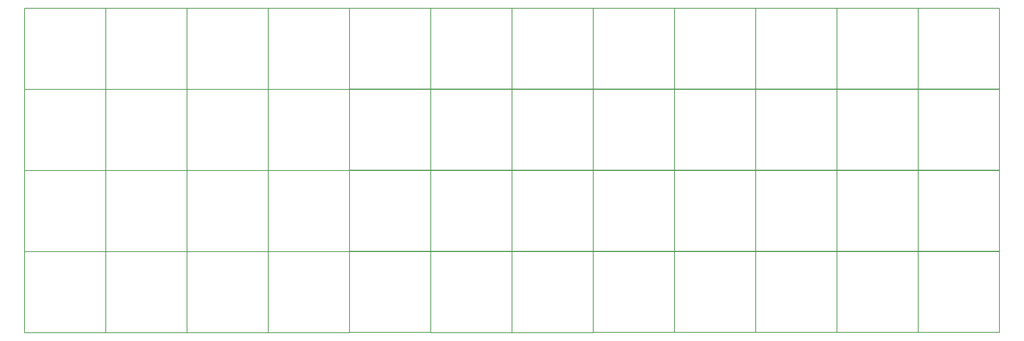
<source format=gbr>
G04 #@! TF.GenerationSoftware,KiCad,Pcbnew,(5.1.10)-1*
G04 #@! TF.CreationDate,2022-01-10T13:39:26-05:00*
G04 #@! TF.ProjectId,40 plate,34302520-706c-4617-9465-2e6b69636164,rev?*
G04 #@! TF.SameCoordinates,Original*
G04 #@! TF.FileFunction,OtherDrawing,Comment*
%FSLAX46Y46*%
G04 Gerber Fmt 4.6, Leading zero omitted, Abs format (unit mm)*
G04 Created by KiCad (PCBNEW (5.1.10)-1) date 2022-01-10 13:39:26*
%MOMM*%
%LPD*%
G01*
G04 APERTURE LIST*
%ADD10C,0.150000*%
G04 APERTURE END LIST*
D10*
X50825000Y-111150000D02*
X69825000Y-111150000D01*
X50825000Y-130150000D02*
X50825000Y-111150000D01*
X69825000Y-130150000D02*
X50825000Y-130150000D01*
X69825000Y-111150000D02*
X69825000Y-130150000D01*
X69875000Y-92100000D02*
X88875000Y-92100000D01*
X69875000Y-111100000D02*
X69875000Y-92100000D01*
X88875000Y-111100000D02*
X69875000Y-111100000D01*
X88875000Y-92100000D02*
X88875000Y-111100000D01*
X31775000Y-92100000D02*
X50775000Y-92100000D01*
X31775000Y-111100000D02*
X31775000Y-92100000D01*
X50775000Y-111100000D02*
X31775000Y-111100000D01*
X50775000Y-92100000D02*
X50775000Y-111100000D01*
X69875000Y-111150000D02*
X88875000Y-111150000D01*
X69875000Y-130150000D02*
X69875000Y-111150000D01*
X88875000Y-130150000D02*
X69875000Y-130150000D01*
X88875000Y-111150000D02*
X88875000Y-130150000D01*
X50825000Y-92100000D02*
X69825000Y-92100000D01*
X50825000Y-111100000D02*
X50825000Y-92100000D01*
X69825000Y-111100000D02*
X50825000Y-111100000D01*
X69825000Y-92100000D02*
X69825000Y-111100000D01*
X88925000Y-92100000D02*
X107925000Y-92100000D01*
X88925000Y-111100000D02*
X88925000Y-92100000D01*
X107925000Y-111100000D02*
X88925000Y-111100000D01*
X107925000Y-92100000D02*
X107925000Y-111100000D01*
X31775000Y-111150000D02*
X50775000Y-111150000D01*
X31775000Y-130150000D02*
X31775000Y-111150000D01*
X50775000Y-130150000D02*
X31775000Y-130150000D01*
X50775000Y-111150000D02*
X50775000Y-130150000D01*
X88925000Y-111150000D02*
X107925000Y-111150000D01*
X88925000Y-130150000D02*
X88925000Y-111150000D01*
X107925000Y-130150000D02*
X88925000Y-130150000D01*
X107925000Y-111150000D02*
X107925000Y-130150000D01*
X203200000Y-111125000D02*
X222200000Y-111125000D01*
X203200000Y-130125000D02*
X203200000Y-111125000D01*
X222200000Y-130125000D02*
X203200000Y-130125000D01*
X222200000Y-111125000D02*
X222200000Y-130125000D01*
X222250000Y-92075000D02*
X241250000Y-92075000D01*
X222250000Y-111075000D02*
X222250000Y-92075000D01*
X241250000Y-111075000D02*
X222250000Y-111075000D01*
X241250000Y-92075000D02*
X241250000Y-111075000D01*
X241300000Y-111125000D02*
X260300000Y-111125000D01*
X241300000Y-130125000D02*
X241300000Y-111125000D01*
X260300000Y-130125000D02*
X241300000Y-130125000D01*
X260300000Y-111125000D02*
X260300000Y-130125000D01*
X184150000Y-92075000D02*
X203150000Y-92075000D01*
X184150000Y-111075000D02*
X184150000Y-92075000D01*
X203150000Y-111075000D02*
X184150000Y-111075000D01*
X203150000Y-92075000D02*
X203150000Y-111075000D01*
X222250000Y-111125000D02*
X241250000Y-111125000D01*
X222250000Y-130125000D02*
X222250000Y-111125000D01*
X241250000Y-130125000D02*
X222250000Y-130125000D01*
X241250000Y-111125000D02*
X241250000Y-130125000D01*
X203200000Y-92075000D02*
X222200000Y-92075000D01*
X203200000Y-111075000D02*
X203200000Y-92075000D01*
X222200000Y-111075000D02*
X203200000Y-111075000D01*
X222200000Y-92075000D02*
X222200000Y-111075000D01*
X241300000Y-92075000D02*
X260300000Y-92075000D01*
X241300000Y-111075000D02*
X241300000Y-92075000D01*
X260300000Y-111075000D02*
X241300000Y-111075000D01*
X260300000Y-92075000D02*
X260300000Y-111075000D01*
X184150000Y-111125000D02*
X203150000Y-111125000D01*
X184150000Y-130125000D02*
X184150000Y-111125000D01*
X203150000Y-130125000D02*
X184150000Y-130125000D01*
X203150000Y-111125000D02*
X203150000Y-130125000D01*
X146050000Y-92075000D02*
X165050000Y-92075000D01*
X146050000Y-111075000D02*
X146050000Y-92075000D01*
X165050000Y-111075000D02*
X146050000Y-111075000D01*
X165050000Y-92075000D02*
X165050000Y-111075000D01*
X127000000Y-92075000D02*
X146000000Y-92075000D01*
X127000000Y-111075000D02*
X127000000Y-92075000D01*
X146000000Y-111075000D02*
X127000000Y-111075000D01*
X146000000Y-92075000D02*
X146000000Y-111075000D01*
X107950000Y-111125000D02*
X126950000Y-111125000D01*
X107950000Y-130125000D02*
X107950000Y-111125000D01*
X126950000Y-130125000D02*
X107950000Y-130125000D01*
X126950000Y-111125000D02*
X126950000Y-130125000D01*
X165100000Y-92075000D02*
X184100000Y-92075000D01*
X165100000Y-111075000D02*
X165100000Y-92075000D01*
X184100000Y-111075000D02*
X165100000Y-111075000D01*
X184100000Y-92075000D02*
X184100000Y-111075000D01*
X107950000Y-92075000D02*
X126950000Y-92075000D01*
X107950000Y-111075000D02*
X107950000Y-92075000D01*
X126950000Y-111075000D02*
X107950000Y-111075000D01*
X126950000Y-92075000D02*
X126950000Y-111075000D01*
X165100000Y-111125000D02*
X184100000Y-111125000D01*
X165100000Y-130125000D02*
X165100000Y-111125000D01*
X184100000Y-130125000D02*
X165100000Y-130125000D01*
X184100000Y-111125000D02*
X184100000Y-130125000D01*
X203200000Y-73025000D02*
X222200000Y-73025000D01*
X203200000Y-92025000D02*
X203200000Y-73025000D01*
X222200000Y-92025000D02*
X203200000Y-92025000D01*
X222200000Y-73025000D02*
X222200000Y-92025000D01*
X222250000Y-53975000D02*
X241250000Y-53975000D01*
X222250000Y-72975000D02*
X222250000Y-53975000D01*
X241250000Y-72975000D02*
X222250000Y-72975000D01*
X241250000Y-53975000D02*
X241250000Y-72975000D01*
X184150000Y-53975000D02*
X203150000Y-53975000D01*
X184150000Y-72975000D02*
X184150000Y-53975000D01*
X203150000Y-72975000D02*
X184150000Y-72975000D01*
X203150000Y-53975000D02*
X203150000Y-72975000D01*
X222250000Y-73025000D02*
X241250000Y-73025000D01*
X222250000Y-92025000D02*
X222250000Y-73025000D01*
X241250000Y-92025000D02*
X222250000Y-92025000D01*
X241250000Y-73025000D02*
X241250000Y-92025000D01*
X203200000Y-53975000D02*
X222200000Y-53975000D01*
X203200000Y-72975000D02*
X203200000Y-53975000D01*
X222200000Y-72975000D02*
X203200000Y-72975000D01*
X222200000Y-53975000D02*
X222200000Y-72975000D01*
X241300000Y-53975000D02*
X260300000Y-53975000D01*
X241300000Y-72975000D02*
X241300000Y-53975000D01*
X260300000Y-72975000D02*
X241300000Y-72975000D01*
X260300000Y-53975000D02*
X260300000Y-72975000D01*
X184150000Y-73025000D02*
X203150000Y-73025000D01*
X184150000Y-92025000D02*
X184150000Y-73025000D01*
X203150000Y-92025000D02*
X184150000Y-92025000D01*
X203150000Y-73025000D02*
X203150000Y-92025000D01*
X241300000Y-73025000D02*
X260300000Y-73025000D01*
X241300000Y-92025000D02*
X241300000Y-73025000D01*
X260300000Y-92025000D02*
X241300000Y-92025000D01*
X260300000Y-73025000D02*
X260300000Y-92025000D01*
X127000000Y-73025000D02*
X146000000Y-73025000D01*
X127000000Y-92025000D02*
X127000000Y-73025000D01*
X146000000Y-92025000D02*
X127000000Y-92025000D01*
X146000000Y-73025000D02*
X146000000Y-92025000D01*
X146050000Y-53975000D02*
X165050000Y-53975000D01*
X146050000Y-72975000D02*
X146050000Y-53975000D01*
X165050000Y-72975000D02*
X146050000Y-72975000D01*
X165050000Y-53975000D02*
X165050000Y-72975000D01*
X107950000Y-53975000D02*
X126950000Y-53975000D01*
X107950000Y-72975000D02*
X107950000Y-53975000D01*
X126950000Y-72975000D02*
X107950000Y-72975000D01*
X126950000Y-53975000D02*
X126950000Y-72975000D01*
X146050000Y-73025000D02*
X165050000Y-73025000D01*
X146050000Y-92025000D02*
X146050000Y-73025000D01*
X165050000Y-92025000D02*
X146050000Y-92025000D01*
X165050000Y-73025000D02*
X165050000Y-92025000D01*
X127000000Y-53975000D02*
X146000000Y-53975000D01*
X127000000Y-72975000D02*
X127000000Y-53975000D01*
X146000000Y-72975000D02*
X127000000Y-72975000D01*
X146000000Y-53975000D02*
X146000000Y-72975000D01*
X165100000Y-53975000D02*
X184100000Y-53975000D01*
X165100000Y-72975000D02*
X165100000Y-53975000D01*
X184100000Y-72975000D02*
X165100000Y-72975000D01*
X184100000Y-53975000D02*
X184100000Y-72975000D01*
X107950000Y-73025000D02*
X126950000Y-73025000D01*
X107950000Y-92025000D02*
X107950000Y-73025000D01*
X126950000Y-92025000D02*
X107950000Y-92025000D01*
X126950000Y-73025000D02*
X126950000Y-92025000D01*
X165100000Y-73025000D02*
X184100000Y-73025000D01*
X165100000Y-92025000D02*
X165100000Y-73025000D01*
X184100000Y-92025000D02*
X165100000Y-92025000D01*
X184100000Y-73025000D02*
X184100000Y-92025000D01*
X127025000Y-111150000D02*
X146025000Y-111150000D01*
X127025000Y-130150000D02*
X127025000Y-111150000D01*
X146025000Y-130150000D02*
X127025000Y-130150000D01*
X146025000Y-111150000D02*
X146025000Y-130150000D01*
X165075000Y-130150000D02*
X146075000Y-130150000D01*
X146075000Y-111150000D02*
X165075000Y-111150000D01*
X146075000Y-130150000D02*
X146075000Y-111150000D01*
X165075000Y-111150000D02*
X165075000Y-130150000D01*
X88925000Y-73050000D02*
X107925000Y-73050000D01*
X88925000Y-92050000D02*
X88925000Y-73050000D01*
X107925000Y-92050000D02*
X88925000Y-92050000D01*
X107925000Y-73050000D02*
X107925000Y-92050000D01*
X31775000Y-73050000D02*
X50775000Y-73050000D01*
X31775000Y-92050000D02*
X31775000Y-73050000D01*
X50775000Y-92050000D02*
X31775000Y-92050000D01*
X50775000Y-73050000D02*
X50775000Y-92050000D01*
X88925000Y-54000000D02*
X107925000Y-54000000D01*
X88925000Y-73000000D02*
X88925000Y-54000000D01*
X107925000Y-73000000D02*
X88925000Y-73000000D01*
X107925000Y-54000000D02*
X107925000Y-73000000D01*
X50825000Y-54000000D02*
X69825000Y-54000000D01*
X50825000Y-73000000D02*
X50825000Y-54000000D01*
X69825000Y-73000000D02*
X50825000Y-73000000D01*
X69825000Y-54000000D02*
X69825000Y-73000000D01*
X69875000Y-54000000D02*
X88875000Y-54000000D01*
X69875000Y-73000000D02*
X69875000Y-54000000D01*
X88875000Y-73000000D02*
X69875000Y-73000000D01*
X88875000Y-54000000D02*
X88875000Y-73000000D01*
X50825000Y-73050000D02*
X69825000Y-73050000D01*
X50825000Y-92050000D02*
X50825000Y-73050000D01*
X69825000Y-92050000D02*
X50825000Y-92050000D01*
X69825000Y-73050000D02*
X69825000Y-92050000D01*
X31775000Y-54000000D02*
X50775000Y-54000000D01*
X31775000Y-73000000D02*
X31775000Y-54000000D01*
X50775000Y-73000000D02*
X31775000Y-73000000D01*
X50775000Y-54000000D02*
X50775000Y-73000000D01*
X69875000Y-73050000D02*
X88875000Y-73050000D01*
X69875000Y-92050000D02*
X69875000Y-73050000D01*
X88875000Y-92050000D02*
X69875000Y-92050000D01*
X88875000Y-73050000D02*
X88875000Y-92050000D01*
M02*

</source>
